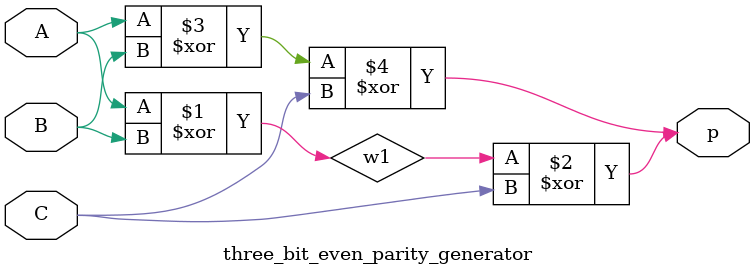
<source format=v>
module three_bit_even_parity_generator(p,A,B,C);

input A,B,C;
output p;

// for structural modeling
wire w1;

// structural modeling
xor g1(w1,A,B);
xor g2(p,w1,C);

// Dataflow modeling
assign p=A^B^C;

endmodule

</source>
